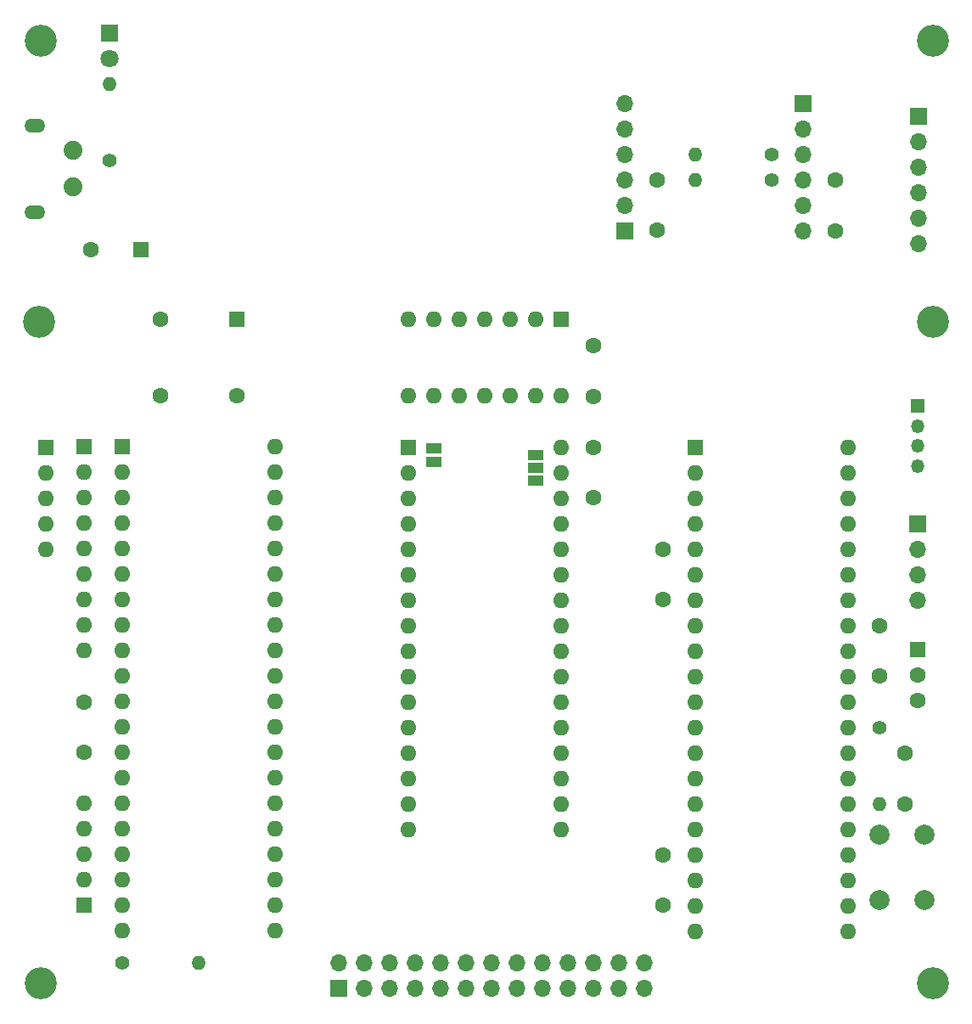
<source format=gbs>
%TF.GenerationSoftware,KiCad,Pcbnew,7.0.10-7.0.10~ubuntu22.04.1*%
%TF.CreationDate,2024-09-12T14:25:07+09:00*%
%TF.ProjectId,sbcz80cpm,7362637a-3830-4637-906d-2e6b69636164,rev?*%
%TF.SameCoordinates,Original*%
%TF.FileFunction,Soldermask,Bot*%
%TF.FilePolarity,Negative*%
%FSLAX46Y46*%
G04 Gerber Fmt 4.6, Leading zero omitted, Abs format (unit mm)*
G04 Created by KiCad (PCBNEW 7.0.10-7.0.10~ubuntu22.04.1) date 2024-09-12 14:25:07*
%MOMM*%
%LPD*%
G01*
G04 APERTURE LIST*
%ADD10R,1.600000X1.600000*%
%ADD11C,1.600000*%
%ADD12C,1.400000*%
%ADD13O,1.400000X1.400000*%
%ADD14R,1.700000X1.700000*%
%ADD15O,1.700000X1.700000*%
%ADD16C,3.200000*%
%ADD17O,1.600000X1.600000*%
%ADD18O,2.062000X1.362000*%
%ADD19C,1.882000*%
%ADD20R,1.800000X1.800000*%
%ADD21C,1.800000*%
%ADD22C,2.000000*%
%ADD23R,1.350000X1.350000*%
%ADD24O,1.350000X1.350000*%
%ADD25R,1.500000X1.000000*%
G04 APERTURE END LIST*
D10*
%TO.C,J6*%
X150495000Y-123715000D03*
D11*
X150495000Y-126255000D03*
X150495000Y-128795000D03*
%TD*%
D12*
%TO.C,R5*%
X69850000Y-74930000D03*
D13*
X69850000Y-67310000D03*
%TD*%
D14*
%TO.C,J1*%
X121285000Y-81915000D03*
D15*
X121285000Y-79375000D03*
X121285000Y-76835000D03*
X121285000Y-74295000D03*
X121285000Y-71755000D03*
X121285000Y-69215000D03*
%TD*%
D11*
%TO.C,C4*%
X146685000Y-126325000D03*
X146685000Y-121325000D03*
%TD*%
%TO.C,C3*%
X118110000Y-103505000D03*
X118110000Y-108505000D03*
%TD*%
D14*
%TO.C,J8*%
X92710000Y-157480000D03*
D15*
X92710000Y-154940000D03*
X95250000Y-157480000D03*
X95250000Y-154940000D03*
X97790000Y-157480000D03*
X97790000Y-154940000D03*
X100330000Y-157480000D03*
X100330000Y-154940000D03*
X102870000Y-157480000D03*
X102870000Y-154940000D03*
X105410000Y-157480000D03*
X105410000Y-154940000D03*
X107950000Y-157480000D03*
X107950000Y-154940000D03*
X110490000Y-157480000D03*
X110490000Y-154940000D03*
X113030000Y-157480000D03*
X113030000Y-154940000D03*
X115570000Y-157480000D03*
X115570000Y-154940000D03*
X118110000Y-157480000D03*
X118110000Y-154940000D03*
X120650000Y-157480000D03*
X120650000Y-154940000D03*
X123190000Y-157480000D03*
X123190000Y-154940000D03*
%TD*%
D16*
%TO.C,H6*%
X152000000Y-91000000D03*
%TD*%
D12*
%TO.C,R1*%
X71120000Y-154905000D03*
D13*
X78740000Y-154905000D03*
%TD*%
D11*
%TO.C,C1*%
X149225000Y-134065000D03*
X149225000Y-139065000D03*
%TD*%
D10*
%TO.C,RN2*%
X63500000Y-103505000D03*
D17*
X63500000Y-106045000D03*
X63500000Y-108585000D03*
X63500000Y-111125000D03*
X63500000Y-113665000D03*
%TD*%
D14*
%TO.C,J2*%
X139065000Y-69215000D03*
D15*
X139065000Y-71755000D03*
X139065000Y-74295000D03*
X139065000Y-76835000D03*
X139065000Y-79375000D03*
X139065000Y-81915000D03*
%TD*%
D10*
%TO.C,U1*%
X71120000Y-103470000D03*
D17*
X71120000Y-106010000D03*
X71120000Y-108550000D03*
X71120000Y-111090000D03*
X71120000Y-113630000D03*
X71120000Y-116170000D03*
X71120000Y-118710000D03*
X71120000Y-121250000D03*
X71120000Y-123790000D03*
X71120000Y-126330000D03*
X71120000Y-128870000D03*
X71120000Y-131410000D03*
X71120000Y-133950000D03*
X71120000Y-136490000D03*
X71120000Y-139030000D03*
X71120000Y-141570000D03*
X71120000Y-144110000D03*
X71120000Y-146650000D03*
X71120000Y-149190000D03*
X71120000Y-151730000D03*
X86360000Y-151730000D03*
X86360000Y-149190000D03*
X86360000Y-146650000D03*
X86360000Y-144110000D03*
X86360000Y-141570000D03*
X86360000Y-139030000D03*
X86360000Y-136490000D03*
X86360000Y-133950000D03*
X86360000Y-131410000D03*
X86360000Y-128870000D03*
X86360000Y-126330000D03*
X86360000Y-123790000D03*
X86360000Y-121250000D03*
X86360000Y-118710000D03*
X86360000Y-116170000D03*
X86360000Y-113630000D03*
X86360000Y-111090000D03*
X86360000Y-108550000D03*
X86360000Y-106010000D03*
X86360000Y-103470000D03*
%TD*%
D10*
%TO.C,C10*%
X73025000Y-83820000D03*
D11*
X68025000Y-83820000D03*
%TD*%
D14*
%TO.C,J7*%
X150565000Y-70485000D03*
D15*
X150565000Y-73025000D03*
X150565000Y-75565000D03*
X150565000Y-78105000D03*
X150565000Y-80645000D03*
X150565000Y-83185000D03*
%TD*%
D11*
%TO.C,C2*%
X118110000Y-98425000D03*
X118110000Y-93425000D03*
%TD*%
D14*
%TO.C,J3*%
X150495000Y-111135000D03*
D15*
X150495000Y-113675000D03*
X150495000Y-116215000D03*
X150495000Y-118755000D03*
%TD*%
D16*
%TO.C,H5*%
X62865000Y-91000000D03*
%TD*%
D10*
%TO.C,U4*%
X99690000Y-103505000D03*
D17*
X99690000Y-106045000D03*
X99690000Y-108585000D03*
X99690000Y-111125000D03*
X99690000Y-113665000D03*
X99690000Y-116205000D03*
X99690000Y-118745000D03*
X99690000Y-121285000D03*
X99690000Y-123825000D03*
X99690000Y-126365000D03*
X99690000Y-128905000D03*
X99690000Y-131445000D03*
X99690000Y-133985000D03*
X99690000Y-136525000D03*
X99690000Y-139065000D03*
X99690000Y-141605000D03*
X114930000Y-141605000D03*
X114930000Y-139065000D03*
X114930000Y-136525000D03*
X114930000Y-133985000D03*
X114930000Y-131445000D03*
X114930000Y-128905000D03*
X114930000Y-126365000D03*
X114930000Y-123825000D03*
X114930000Y-121285000D03*
X114930000Y-118745000D03*
X114930000Y-116205000D03*
X114930000Y-113665000D03*
X114930000Y-111125000D03*
X114930000Y-108585000D03*
X114930000Y-106045000D03*
X114930000Y-103505000D03*
%TD*%
D18*
%TO.C,J5*%
X62430000Y-80055000D03*
X62430000Y-71425000D03*
D19*
X66230000Y-73935000D03*
X66230000Y-77535000D03*
%TD*%
D10*
%TO.C,RN1*%
X67310000Y-149190000D03*
D17*
X67310000Y-146650000D03*
X67310000Y-144110000D03*
X67310000Y-141570000D03*
X67310000Y-139030000D03*
%TD*%
D16*
%TO.C,H1*%
X63000000Y-63000000D03*
%TD*%
D12*
%TO.C,R2*%
X146685000Y-131445000D03*
D13*
X146685000Y-139065000D03*
%TD*%
D11*
%TO.C,C6*%
X125095000Y-113705000D03*
X125095000Y-118705000D03*
%TD*%
D16*
%TO.C,H2*%
X152000000Y-63000000D03*
%TD*%
D20*
%TO.C,D1*%
X69850000Y-62230000D03*
D21*
X69850000Y-64770000D03*
%TD*%
D22*
%TO.C,SW1*%
X146685000Y-148630000D03*
X146685000Y-142130000D03*
X151185000Y-148630000D03*
X151185000Y-142130000D03*
%TD*%
D11*
%TO.C,C9*%
X142240000Y-76915000D03*
X142240000Y-81915000D03*
%TD*%
D10*
%TO.C,U3*%
X128270000Y-103505000D03*
D17*
X128270000Y-106045000D03*
X128270000Y-108585000D03*
X128270000Y-111125000D03*
X128270000Y-113665000D03*
X128270000Y-116205000D03*
X128270000Y-118745000D03*
X128270000Y-121285000D03*
X128270000Y-123825000D03*
X128270000Y-126365000D03*
X128270000Y-128905000D03*
X128270000Y-131445000D03*
X128270000Y-133985000D03*
X128270000Y-136525000D03*
X128270000Y-139065000D03*
X128270000Y-141605000D03*
X128270000Y-144145000D03*
X128270000Y-146685000D03*
X128270000Y-149225000D03*
X128270000Y-151765000D03*
X143510000Y-151765000D03*
X143510000Y-149225000D03*
X143510000Y-146685000D03*
X143510000Y-144145000D03*
X143510000Y-141605000D03*
X143510000Y-139065000D03*
X143510000Y-136525000D03*
X143510000Y-133985000D03*
X143510000Y-131445000D03*
X143510000Y-128905000D03*
X143510000Y-126365000D03*
X143510000Y-123825000D03*
X143510000Y-121285000D03*
X143510000Y-118745000D03*
X143510000Y-116205000D03*
X143510000Y-113665000D03*
X143510000Y-111125000D03*
X143510000Y-108585000D03*
X143510000Y-106045000D03*
X143510000Y-103505000D03*
%TD*%
D12*
%TO.C,R4*%
X135890000Y-76835000D03*
D13*
X128270000Y-76835000D03*
%TD*%
D10*
%TO.C,X1*%
X82550000Y-90770000D03*
D11*
X74930000Y-90770000D03*
X74930000Y-98390000D03*
X82550000Y-98390000D03*
%TD*%
D23*
%TO.C,J4*%
X150495000Y-99410000D03*
D24*
X150495000Y-101410000D03*
X150495000Y-103410000D03*
X150495000Y-105410000D03*
%TD*%
D12*
%TO.C,R3*%
X135890000Y-74295000D03*
D13*
X128270000Y-74295000D03*
%TD*%
D11*
%TO.C,C7*%
X67310000Y-128905000D03*
X67310000Y-133905000D03*
%TD*%
%TO.C,C8*%
X124460000Y-76875000D03*
X124460000Y-81875000D03*
%TD*%
D10*
%TO.C,RN3*%
X67310000Y-103470000D03*
D17*
X67310000Y-106010000D03*
X67310000Y-108550000D03*
X67310000Y-111090000D03*
X67310000Y-113630000D03*
X67310000Y-116170000D03*
X67310000Y-118710000D03*
X67310000Y-121250000D03*
X67310000Y-123790000D03*
%TD*%
D11*
%TO.C,C5*%
X125095000Y-144145000D03*
X125095000Y-149145000D03*
%TD*%
D16*
%TO.C,H3*%
X63000000Y-157000000D03*
%TD*%
%TO.C,H4*%
X152000000Y-157000000D03*
%TD*%
D10*
%TO.C,U2*%
X114935000Y-90770000D03*
D17*
X112395000Y-90770000D03*
X109855000Y-90770000D03*
X107315000Y-90770000D03*
X104775000Y-90770000D03*
X102235000Y-90770000D03*
X99695000Y-90770000D03*
X99695000Y-98390000D03*
X102235000Y-98390000D03*
X104775000Y-98390000D03*
X107315000Y-98390000D03*
X109855000Y-98390000D03*
X112395000Y-98390000D03*
X114935000Y-98390000D03*
%TD*%
D25*
%TO.C,JP1*%
X102235000Y-104950000D03*
X102235000Y-103650000D03*
%TD*%
%TO.C,JP2*%
X112395000Y-106885000D03*
X112395000Y-105585000D03*
X112395000Y-104285000D03*
%TD*%
M02*

</source>
